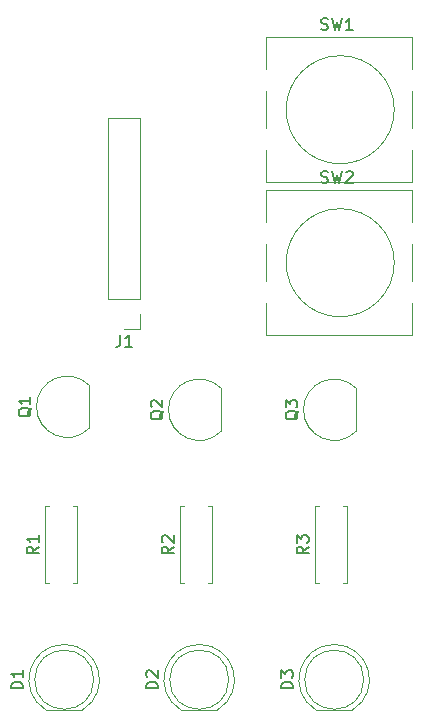
<source format=gbr>
%TF.GenerationSoftware,KiCad,Pcbnew,(5.1.10)-1*%
%TF.CreationDate,2021-10-31T23:54:57-05:00*%
%TF.ProjectId,File1,46696c65-312e-46b6-9963-61645f706362,rev?*%
%TF.SameCoordinates,Original*%
%TF.FileFunction,Legend,Top*%
%TF.FilePolarity,Positive*%
%FSLAX46Y46*%
G04 Gerber Fmt 4.6, Leading zero omitted, Abs format (unit mm)*
G04 Created by KiCad (PCBNEW (5.1.10)-1) date 2021-10-31 23:54:57*
%MOMM*%
%LPD*%
G01*
G04 APERTURE LIST*
%ADD10C,0.120000*%
%ADD11C,0.150000*%
G04 APERTURE END LIST*
D10*
%TO.C,Q1*%
X41728000Y-106956000D02*
X41728000Y-103356000D01*
X41716478Y-106994478D02*
G75*
G02*
X37278000Y-105156000I-1838478J1838478D01*
G01*
X41716478Y-103317522D02*
G75*
G03*
X37278000Y-105156000I-1838478J-1838478D01*
G01*
%TO.C,D1*%
X42124000Y-128270000D02*
G75*
G03*
X42124000Y-128270000I-2500000J0D01*
G01*
X38079000Y-130830000D02*
X41169000Y-130830000D01*
X39624462Y-125280000D02*
G75*
G03*
X38079170Y-130830000I-462J-2990000D01*
G01*
X39623538Y-125280000D02*
G75*
G02*
X41168830Y-130830000I462J-2990000D01*
G01*
%TO.C,D2*%
X49509000Y-130830000D02*
X52599000Y-130830000D01*
X53554000Y-128270000D02*
G75*
G03*
X53554000Y-128270000I-2500000J0D01*
G01*
X51053538Y-125280000D02*
G75*
G02*
X52598830Y-130830000I462J-2990000D01*
G01*
X51054462Y-125280000D02*
G75*
G03*
X49509170Y-130830000I-462J-2990000D01*
G01*
%TO.C,D3*%
X64984000Y-128270000D02*
G75*
G03*
X64984000Y-128270000I-2500000J0D01*
G01*
X60939000Y-130830000D02*
X64029000Y-130830000D01*
X62484462Y-125280000D02*
G75*
G03*
X60939170Y-130830000I-462J-2990000D01*
G01*
X62483538Y-125280000D02*
G75*
G02*
X64028830Y-130830000I462J-2990000D01*
G01*
%TO.C,J1*%
X46034000Y-98612000D02*
X44704000Y-98612000D01*
X46034000Y-97282000D02*
X46034000Y-98612000D01*
X46034000Y-96012000D02*
X43374000Y-96012000D01*
X43374000Y-96012000D02*
X43374000Y-80712000D01*
X46034000Y-96012000D02*
X46034000Y-80712000D01*
X46034000Y-80712000D02*
X43374000Y-80712000D01*
%TO.C,Q2*%
X52904000Y-107210000D02*
X52904000Y-103610000D01*
X52892478Y-103571522D02*
G75*
G03*
X48454000Y-105410000I-1838478J-1838478D01*
G01*
X52892478Y-107248478D02*
G75*
G02*
X48454000Y-105410000I-1838478J1838478D01*
G01*
%TO.C,Q3*%
X64334000Y-107210000D02*
X64334000Y-103610000D01*
X64322478Y-107248478D02*
G75*
G02*
X59884000Y-105410000I-1838478J1838478D01*
G01*
X64322478Y-103571522D02*
G75*
G03*
X59884000Y-105410000I-1838478J-1838478D01*
G01*
%TO.C,R1*%
X38330000Y-120110000D02*
X38000000Y-120110000D01*
X38000000Y-120110000D02*
X38000000Y-113570000D01*
X38000000Y-113570000D02*
X38330000Y-113570000D01*
X40410000Y-120110000D02*
X40740000Y-120110000D01*
X40740000Y-120110000D02*
X40740000Y-113570000D01*
X40740000Y-113570000D02*
X40410000Y-113570000D01*
%TO.C,R2*%
X52170000Y-113570000D02*
X51840000Y-113570000D01*
X52170000Y-120110000D02*
X52170000Y-113570000D01*
X51840000Y-120110000D02*
X52170000Y-120110000D01*
X49430000Y-113570000D02*
X49760000Y-113570000D01*
X49430000Y-120110000D02*
X49430000Y-113570000D01*
X49760000Y-120110000D02*
X49430000Y-120110000D01*
%TO.C,R3*%
X61190000Y-120110000D02*
X60860000Y-120110000D01*
X60860000Y-120110000D02*
X60860000Y-113570000D01*
X60860000Y-113570000D02*
X61190000Y-113570000D01*
X63270000Y-120110000D02*
X63600000Y-120110000D01*
X63600000Y-120110000D02*
X63600000Y-113570000D01*
X63600000Y-113570000D02*
X63270000Y-113570000D01*
%TO.C,SW1*%
X56742000Y-73820000D02*
X69042000Y-73820000D01*
X69042000Y-78400000D02*
X69042000Y-81540000D01*
X69042000Y-86120000D02*
X56742000Y-86120000D01*
X56742000Y-76540000D02*
X56742000Y-73820000D01*
X67571050Y-80010000D02*
G75*
G03*
X67571050Y-80010000I-4579050J0D01*
G01*
X56742000Y-86120000D02*
X56742000Y-83400000D01*
X56742000Y-81540000D02*
X56742000Y-78400000D01*
X69042000Y-83400000D02*
X69042000Y-86120000D01*
X69042000Y-73820000D02*
X69042000Y-76540000D01*
%TO.C,SW2*%
X69042000Y-86774000D02*
X69042000Y-89494000D01*
X69042000Y-96354000D02*
X69042000Y-99074000D01*
X56742000Y-94494000D02*
X56742000Y-91354000D01*
X56742000Y-99074000D02*
X56742000Y-96354000D01*
X67571050Y-92964000D02*
G75*
G03*
X67571050Y-92964000I-4579050J0D01*
G01*
X56742000Y-89494000D02*
X56742000Y-86774000D01*
X69042000Y-99074000D02*
X56742000Y-99074000D01*
X69042000Y-91354000D02*
X69042000Y-94494000D01*
X56742000Y-86774000D02*
X69042000Y-86774000D01*
%TO.C,Q1*%
D11*
X36865619Y-105251238D02*
X36818000Y-105346476D01*
X36722761Y-105441714D01*
X36579904Y-105584571D01*
X36532285Y-105679809D01*
X36532285Y-105775047D01*
X36770380Y-105727428D02*
X36722761Y-105822666D01*
X36627523Y-105917904D01*
X36437047Y-105965523D01*
X36103714Y-105965523D01*
X35913238Y-105917904D01*
X35818000Y-105822666D01*
X35770380Y-105727428D01*
X35770380Y-105536952D01*
X35818000Y-105441714D01*
X35913238Y-105346476D01*
X36103714Y-105298857D01*
X36437047Y-105298857D01*
X36627523Y-105346476D01*
X36722761Y-105441714D01*
X36770380Y-105536952D01*
X36770380Y-105727428D01*
X36770380Y-104346476D02*
X36770380Y-104917904D01*
X36770380Y-104632190D02*
X35770380Y-104632190D01*
X35913238Y-104727428D01*
X36008476Y-104822666D01*
X36056095Y-104917904D01*
%TO.C,D1*%
X36116380Y-129008095D02*
X35116380Y-129008095D01*
X35116380Y-128770000D01*
X35164000Y-128627142D01*
X35259238Y-128531904D01*
X35354476Y-128484285D01*
X35544952Y-128436666D01*
X35687809Y-128436666D01*
X35878285Y-128484285D01*
X35973523Y-128531904D01*
X36068761Y-128627142D01*
X36116380Y-128770000D01*
X36116380Y-129008095D01*
X36116380Y-127484285D02*
X36116380Y-128055714D01*
X36116380Y-127770000D02*
X35116380Y-127770000D01*
X35259238Y-127865238D01*
X35354476Y-127960476D01*
X35402095Y-128055714D01*
%TO.C,D2*%
X47546380Y-129008095D02*
X46546380Y-129008095D01*
X46546380Y-128770000D01*
X46594000Y-128627142D01*
X46689238Y-128531904D01*
X46784476Y-128484285D01*
X46974952Y-128436666D01*
X47117809Y-128436666D01*
X47308285Y-128484285D01*
X47403523Y-128531904D01*
X47498761Y-128627142D01*
X47546380Y-128770000D01*
X47546380Y-129008095D01*
X46641619Y-128055714D02*
X46594000Y-128008095D01*
X46546380Y-127912857D01*
X46546380Y-127674761D01*
X46594000Y-127579523D01*
X46641619Y-127531904D01*
X46736857Y-127484285D01*
X46832095Y-127484285D01*
X46974952Y-127531904D01*
X47546380Y-128103333D01*
X47546380Y-127484285D01*
%TO.C,D3*%
X58976380Y-129008095D02*
X57976380Y-129008095D01*
X57976380Y-128770000D01*
X58024000Y-128627142D01*
X58119238Y-128531904D01*
X58214476Y-128484285D01*
X58404952Y-128436666D01*
X58547809Y-128436666D01*
X58738285Y-128484285D01*
X58833523Y-128531904D01*
X58928761Y-128627142D01*
X58976380Y-128770000D01*
X58976380Y-129008095D01*
X57976380Y-128103333D02*
X57976380Y-127484285D01*
X58357333Y-127817619D01*
X58357333Y-127674761D01*
X58404952Y-127579523D01*
X58452571Y-127531904D01*
X58547809Y-127484285D01*
X58785904Y-127484285D01*
X58881142Y-127531904D01*
X58928761Y-127579523D01*
X58976380Y-127674761D01*
X58976380Y-127960476D01*
X58928761Y-128055714D01*
X58881142Y-128103333D01*
%TO.C,J1*%
X44370666Y-99064380D02*
X44370666Y-99778666D01*
X44323047Y-99921523D01*
X44227809Y-100016761D01*
X44084952Y-100064380D01*
X43989714Y-100064380D01*
X45370666Y-100064380D02*
X44799238Y-100064380D01*
X45084952Y-100064380D02*
X45084952Y-99064380D01*
X44989714Y-99207238D01*
X44894476Y-99302476D01*
X44799238Y-99350095D01*
%TO.C,Q2*%
X48041619Y-105505238D02*
X47994000Y-105600476D01*
X47898761Y-105695714D01*
X47755904Y-105838571D01*
X47708285Y-105933809D01*
X47708285Y-106029047D01*
X47946380Y-105981428D02*
X47898761Y-106076666D01*
X47803523Y-106171904D01*
X47613047Y-106219523D01*
X47279714Y-106219523D01*
X47089238Y-106171904D01*
X46994000Y-106076666D01*
X46946380Y-105981428D01*
X46946380Y-105790952D01*
X46994000Y-105695714D01*
X47089238Y-105600476D01*
X47279714Y-105552857D01*
X47613047Y-105552857D01*
X47803523Y-105600476D01*
X47898761Y-105695714D01*
X47946380Y-105790952D01*
X47946380Y-105981428D01*
X47041619Y-105171904D02*
X46994000Y-105124285D01*
X46946380Y-105029047D01*
X46946380Y-104790952D01*
X46994000Y-104695714D01*
X47041619Y-104648095D01*
X47136857Y-104600476D01*
X47232095Y-104600476D01*
X47374952Y-104648095D01*
X47946380Y-105219523D01*
X47946380Y-104600476D01*
%TO.C,Q3*%
X59471619Y-105505238D02*
X59424000Y-105600476D01*
X59328761Y-105695714D01*
X59185904Y-105838571D01*
X59138285Y-105933809D01*
X59138285Y-106029047D01*
X59376380Y-105981428D02*
X59328761Y-106076666D01*
X59233523Y-106171904D01*
X59043047Y-106219523D01*
X58709714Y-106219523D01*
X58519238Y-106171904D01*
X58424000Y-106076666D01*
X58376380Y-105981428D01*
X58376380Y-105790952D01*
X58424000Y-105695714D01*
X58519238Y-105600476D01*
X58709714Y-105552857D01*
X59043047Y-105552857D01*
X59233523Y-105600476D01*
X59328761Y-105695714D01*
X59376380Y-105790952D01*
X59376380Y-105981428D01*
X58376380Y-105219523D02*
X58376380Y-104600476D01*
X58757333Y-104933809D01*
X58757333Y-104790952D01*
X58804952Y-104695714D01*
X58852571Y-104648095D01*
X58947809Y-104600476D01*
X59185904Y-104600476D01*
X59281142Y-104648095D01*
X59328761Y-104695714D01*
X59376380Y-104790952D01*
X59376380Y-105076666D01*
X59328761Y-105171904D01*
X59281142Y-105219523D01*
%TO.C,R1*%
X37452380Y-117006666D02*
X36976190Y-117340000D01*
X37452380Y-117578095D02*
X36452380Y-117578095D01*
X36452380Y-117197142D01*
X36500000Y-117101904D01*
X36547619Y-117054285D01*
X36642857Y-117006666D01*
X36785714Y-117006666D01*
X36880952Y-117054285D01*
X36928571Y-117101904D01*
X36976190Y-117197142D01*
X36976190Y-117578095D01*
X37452380Y-116054285D02*
X37452380Y-116625714D01*
X37452380Y-116340000D02*
X36452380Y-116340000D01*
X36595238Y-116435238D01*
X36690476Y-116530476D01*
X36738095Y-116625714D01*
%TO.C,R2*%
X48882380Y-117006666D02*
X48406190Y-117340000D01*
X48882380Y-117578095D02*
X47882380Y-117578095D01*
X47882380Y-117197142D01*
X47930000Y-117101904D01*
X47977619Y-117054285D01*
X48072857Y-117006666D01*
X48215714Y-117006666D01*
X48310952Y-117054285D01*
X48358571Y-117101904D01*
X48406190Y-117197142D01*
X48406190Y-117578095D01*
X47977619Y-116625714D02*
X47930000Y-116578095D01*
X47882380Y-116482857D01*
X47882380Y-116244761D01*
X47930000Y-116149523D01*
X47977619Y-116101904D01*
X48072857Y-116054285D01*
X48168095Y-116054285D01*
X48310952Y-116101904D01*
X48882380Y-116673333D01*
X48882380Y-116054285D01*
%TO.C,R3*%
X60312380Y-117006666D02*
X59836190Y-117340000D01*
X60312380Y-117578095D02*
X59312380Y-117578095D01*
X59312380Y-117197142D01*
X59360000Y-117101904D01*
X59407619Y-117054285D01*
X59502857Y-117006666D01*
X59645714Y-117006666D01*
X59740952Y-117054285D01*
X59788571Y-117101904D01*
X59836190Y-117197142D01*
X59836190Y-117578095D01*
X59312380Y-116673333D02*
X59312380Y-116054285D01*
X59693333Y-116387619D01*
X59693333Y-116244761D01*
X59740952Y-116149523D01*
X59788571Y-116101904D01*
X59883809Y-116054285D01*
X60121904Y-116054285D01*
X60217142Y-116101904D01*
X60264761Y-116149523D01*
X60312380Y-116244761D01*
X60312380Y-116530476D01*
X60264761Y-116625714D01*
X60217142Y-116673333D01*
%TO.C,SW1*%
X61388666Y-73214761D02*
X61531523Y-73262380D01*
X61769619Y-73262380D01*
X61864857Y-73214761D01*
X61912476Y-73167142D01*
X61960095Y-73071904D01*
X61960095Y-72976666D01*
X61912476Y-72881428D01*
X61864857Y-72833809D01*
X61769619Y-72786190D01*
X61579142Y-72738571D01*
X61483904Y-72690952D01*
X61436285Y-72643333D01*
X61388666Y-72548095D01*
X61388666Y-72452857D01*
X61436285Y-72357619D01*
X61483904Y-72310000D01*
X61579142Y-72262380D01*
X61817238Y-72262380D01*
X61960095Y-72310000D01*
X62293428Y-72262380D02*
X62531523Y-73262380D01*
X62722000Y-72548095D01*
X62912476Y-73262380D01*
X63150571Y-72262380D01*
X64055333Y-73262380D02*
X63483904Y-73262380D01*
X63769619Y-73262380D02*
X63769619Y-72262380D01*
X63674380Y-72405238D01*
X63579142Y-72500476D01*
X63483904Y-72548095D01*
%TO.C,SW2*%
X61388666Y-86168761D02*
X61531523Y-86216380D01*
X61769619Y-86216380D01*
X61864857Y-86168761D01*
X61912476Y-86121142D01*
X61960095Y-86025904D01*
X61960095Y-85930666D01*
X61912476Y-85835428D01*
X61864857Y-85787809D01*
X61769619Y-85740190D01*
X61579142Y-85692571D01*
X61483904Y-85644952D01*
X61436285Y-85597333D01*
X61388666Y-85502095D01*
X61388666Y-85406857D01*
X61436285Y-85311619D01*
X61483904Y-85264000D01*
X61579142Y-85216380D01*
X61817238Y-85216380D01*
X61960095Y-85264000D01*
X62293428Y-85216380D02*
X62531523Y-86216380D01*
X62722000Y-85502095D01*
X62912476Y-86216380D01*
X63150571Y-85216380D01*
X63483904Y-85311619D02*
X63531523Y-85264000D01*
X63626761Y-85216380D01*
X63864857Y-85216380D01*
X63960095Y-85264000D01*
X64007714Y-85311619D01*
X64055333Y-85406857D01*
X64055333Y-85502095D01*
X64007714Y-85644952D01*
X63436285Y-86216380D01*
X64055333Y-86216380D01*
%TD*%
M02*

</source>
